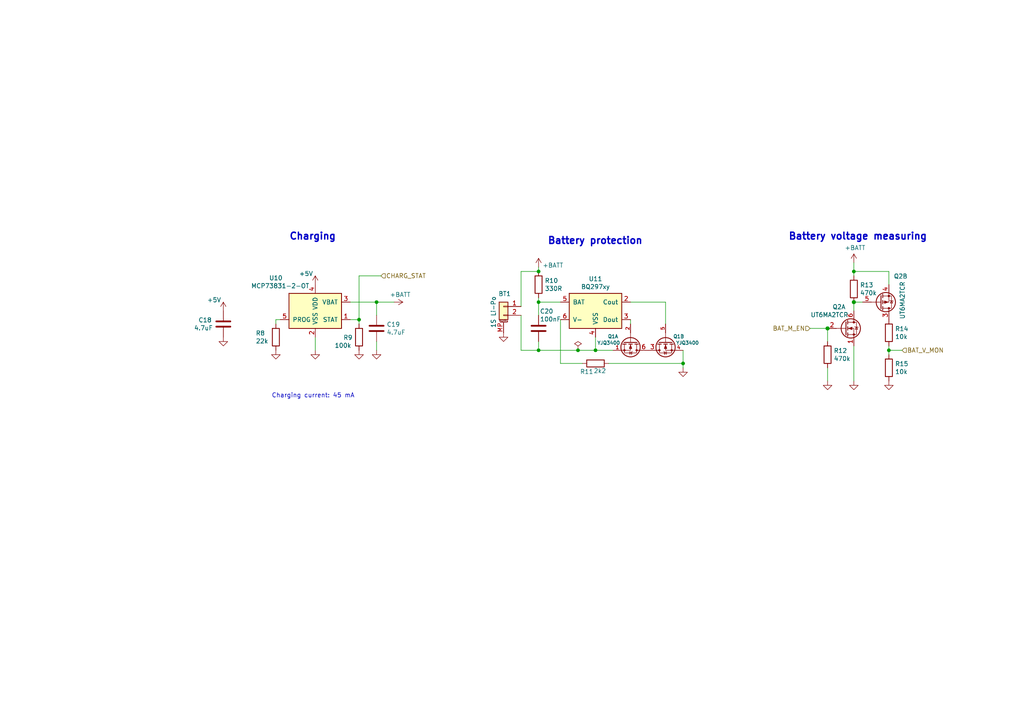
<source format=kicad_sch>
(kicad_sch (version 20211123) (generator eeschema)
  (paper "A4")
  (title_block (title "RingOne") (date "2021-05-11") (rev "v1.0") (company "Author: Petr Malaník"))
  (lib_symbols
    (symbol "Battery_Management:BQ297xy" (pin_names (offset 1.016))
      (property "Reference" "U" (at -6.35 6.35 0))
      (property "Value" "BQ297xy" (at 5.08 -6.35 0))
      (symbol "BQ297xy_0_1"
        (rectangle (start -7.62 5.08) (end 7.62 -5.08) (stroke (width 0.254)) (fill (type background)))
      )
      (symbol "BQ297xy_1_1"
        (pin no_connect line (at 7.62 0 180) (length 2.54) hide (name "NC") (number "1"))
        (pin output line (at 10.16 2.54 180) (length 2.54) (name "Cout") (number "2"))
        (pin output line (at 10.16 -2.54 180) (length 2.54) (name "Dout") (number "3"))
        (pin power_in line (at 0 -7.62 90) (length 2.54) (name "VSS") (number "4"))
        (pin input line (at -10.16 2.54 0) (length 2.54) (name "BAT") (number "5"))
        (pin input line (at -10.16 -2.54 0) (length 2.54) (name "V-") (number "6"))
      )
    )
    (symbol "Battery_Management:MCP73831-2-OT" (pin_names (offset 1.016))
      (property "Reference" "U" (at -7.62 6.35 0))
      (property "Value" "MCP73831-2-OT" (at 1.27 6.35 0))
      (symbol "MCP73831-2-OT_0_1"
        (rectangle (start -7.62 5.08) (end 7.62 -5.08) (stroke (width 0.254)) (fill (type background)))
      )
      (symbol "MCP73831-2-OT_1_1"
        (pin output line (at 10.16 -2.54 180) (length 2.54) (name "STAT") (number "1"))
        (pin power_in line (at 0 -7.62 90) (length 2.54) (name "VSS") (number "2"))
        (pin power_out line (at 10.16 2.54 180) (length 2.54) (name "VBAT") (number "3"))
        (pin power_in line (at 0 7.62 270) (length 2.54) (name "VDD") (number "4"))
        (pin input line (at -10.16 -2.54 0) (length 2.54) (name "PROG") (number "5"))
      )
    )
    (symbol "Connector_Generic_MountingPin:Conn_01x02_MountingPin" (pin_names (offset 1.016) hide)
      (property "Reference" "J" (at 0 2.54 0))
      (property "Value" "Conn_01x02_MountingPin" (at 1.27 -5.08 0))
      (symbol "Conn_01x02_MountingPin_1_1"
        (rectangle (start -1.27 -2.413) (end 0 -2.667) (stroke (width 0.1524)))
        (rectangle (start -1.27 0.127) (end 0 -0.127) (stroke (width 0.1524)))
        (rectangle (start -1.27 1.27) (end 1.27 -3.81) (stroke (width 0.254)) (fill (type background)))
        (polyline (pts (xy -1.016 -4.572) (xy 1.016 -4.572)) (stroke (width 0.1524)))
        (text "Mounting" (at 0 -4.191 0) (effects (font (size 0.381 0.381))))
        (pin passive line (at -5.08 0 0) (length 3.81) (name "Pin_1") (number "1"))
        (pin passive line (at -5.08 -2.54 0) (length 3.81) (name "Pin_2") (number "2"))
        (pin passive line (at 0 -7.62 90) (length 3.048) (name "MountPin") (number "MP"))
      )
    )
    (symbol "Device:C" (pin_numbers hide) (pin_names (offset 0.254))
      (property "Reference" "C" (at 0.635 2.54 0))
      (property "Value" "C" (at 0.635 -2.54 0))
      (symbol "C_0_1"
        (polyline (pts (xy -2.032 -0.762) (xy 2.032 -0.762)) (stroke (width 0.508)))
        (polyline (pts (xy -2.032 0.762) (xy 2.032 0.762)) (stroke (width 0.508)))
      )
      (symbol "C_1_1"
        (pin passive line (at 0 3.81 270) (length 2.794) (name "~") (number "1"))
        (pin passive line (at 0 -3.81 90) (length 2.794) (name "~") (number "2"))
      )
    )
    (symbol "Device:R" (pin_numbers hide) (pin_names (offset 0))
      (property "Reference" "R" (at 2.032 0 90))
      (property "Value" "R" (at 0 0 90))
      (symbol "R_0_1"
        (rectangle (start -1.016 -2.54) (end 1.016 2.54) (stroke (width 0.254)))
      )
      (symbol "R_1_1"
        (pin passive line (at 0 3.81 270) (length 1.27) (name "~") (number "1"))
        (pin passive line (at 0 -3.81 90) (length 1.27) (name "~") (number "2"))
      )
    )
    (symbol "TCY_transistors:UT6MA2TCR" (pin_names hide)
      (property "Reference" "Q" (at 5.08 2.54 0))
      (property "Value" "UT6MA2TCR" (at 5.08 0 0))
      (symbol "UT6MA2TCR_1_1"
        (polyline (pts (xy 0.254 -1.905) (xy 0.254 1.905)) (stroke (width 0.254)))
        (polyline (pts (xy 0.254 0) (xy -2.54 0)))
        (polyline (pts (xy 0.762 -2.286) (xy 0.762 -1.27)) (stroke (width 0.254)))
        (polyline (pts (xy 0.762 -0.508) (xy 0.762 0.508)) (stroke (width 0.254)))
        (polyline (pts (xy 0.762 1.27) (xy 0.762 2.286)) (stroke (width 0.254)))
        (polyline (pts (xy 2.54 1.905) (xy 2.54 2.54)))
        (polyline (pts (xy 2.54 -2.54) (xy 2.54 0) (xy 0.762 0)))
        (polyline (pts (xy 0.762 1.778) (xy 3.302 1.778) (xy 3.302 -1.778) (xy 0.762 -1.778)))
        (polyline (pts (xy 1.016 0) (xy 2.032 -0.381) (xy 2.032 0.381) (xy 1.016 0)) (fill (type outline)))
        (polyline (pts (xy 2.794 0.508) (xy 2.921 0.381) (xy 3.683 0.381) (xy 3.81 0.254)))
        (polyline (pts (xy 3.302 0.381) (xy 2.921 -0.254) (xy 3.683 -0.254) (xy 3.302 0.381)))
        (circle (center 1.651 0) (radius 2.794) (stroke (width 0.254)))
        (circle (center 2.54 -1.778) (radius 0.254) (fill (type outline)))
        (circle (center 2.54 1.778) (radius 0.254) (fill (type outline)))
        (pin passive line (at 2.54 -5.08 90) (length 2.54) (name "SN") (number "1"))
        (pin input line (at -5.08 0 0) (length 2.54) (name "GN") (number "2"))
        (pin passive line (at 2.54 5.08 270) (length 2.54) (name "DN") (number "6"))
        (pin passive line (at 2.54 5.08 270) (length 2.54) hide (name "DN") (number "7"))
      )
      (symbol "UT6MA2TCR_2_1"
        (polyline (pts (xy 0.254 0) (xy -2.54 0)))
        (polyline (pts (xy 0.254 1.905) (xy 0.254 -1.905)) (stroke (width 0.254)))
        (polyline (pts (xy 0.762 -1.27) (xy 0.762 -2.286)) (stroke (width 0.254)))
        (polyline (pts (xy 0.762 0.508) (xy 0.762 -0.508)) (stroke (width 0.254)))
        (polyline (pts (xy 0.762 2.286) (xy 0.762 1.27)) (stroke (width 0.254)))
        (polyline (pts (xy 2.54 -1.905) (xy 2.54 -2.54)))
        (polyline (pts (xy 2.54 2.54) (xy 2.54 0) (xy 0.762 0)))
        (polyline (pts (xy 0.762 -1.778) (xy 3.302 -1.778) (xy 3.302 1.778) (xy 0.762 1.778)))
        (polyline (pts (xy 2.286 0) (xy 1.27 -0.381) (xy 1.27 0.381) (xy 2.286 0)) (fill (type outline)))
        (polyline (pts (xy 2.794 0.508) (xy 2.921 0.381) (xy 3.683 0.381) (xy 3.81 0.254)))
        (polyline (pts (xy 3.302 0.381) (xy 2.921 -0.254) (xy 3.683 -0.254) (xy 3.302 0.381)))
        (circle (center 1.651 0) (radius 2.794) (stroke (width 0.254)))
        (circle (center 2.54 -1.778) (radius 0.254) (fill (type outline)))
        (circle (center 2.54 1.778) (radius 0.254) (fill (type outline)))
        (pin passive line (at 2.54 -5.08 90) (length 2.54) (name "DP") (number "3"))
        (pin passive line (at 2.54 5.08 270) (length 2.54) (name "SP") (number "4"))
        (pin input line (at -5.08 0 0) (length 2.54) (name "GP") (number "5"))
        (pin passive line (at 2.54 5.08 270) (length 2.54) hide (name "SP") (number "8"))
      )
    )
    (symbol "TCY_transistors:YJQ3400" (pin_names hide)
      (property "Reference" "Q" (at 7.62 1.27 0))
      (property "Value" "YJQ3400" (at 7.62 -1.27 0))
      (symbol "YJQ3400_0_1"
        (polyline (pts (xy 0.254 0) (xy -2.54 0)))
        (polyline (pts (xy 0.254 1.905) (xy 0.254 -1.905)) (stroke (width 0.254)))
        (polyline (pts (xy 0.762 -1.27) (xy 0.762 -2.286)) (stroke (width 0.254)))
        (polyline (pts (xy 0.762 0.508) (xy 0.762 -0.508)) (stroke (width 0.254)))
        (polyline (pts (xy 0.762 2.286) (xy 0.762 1.27)) (stroke (width 0.254)))
        (polyline (pts (xy 2.54 2.54) (xy 2.54 1.778)))
        (polyline (pts (xy 2.54 2.54) (xy 2.54 1.778)))
        (polyline (pts (xy 2.54 -2.54) (xy 2.54 0) (xy 0.762 0)))
        (polyline (pts (xy 0.762 -1.778) (xy 3.302 -1.778) (xy 3.302 1.778) (xy 0.762 1.778)))
        (polyline (pts (xy 1.016 0) (xy 2.032 0.381) (xy 2.032 -0.381) (xy 1.016 0)) (fill (type outline)))
        (polyline (pts (xy 2.794 0.508) (xy 2.921 0.381) (xy 3.683 0.381) (xy 3.81 0.254)))
        (polyline (pts (xy 3.302 0.381) (xy 2.921 -0.254) (xy 3.683 -0.254) (xy 3.302 0.381)))
        (circle (center 1.651 0) (radius 2.794) (stroke (width 0.254)))
        (circle (center 2.54 -1.778) (radius 0.254) (fill (type outline)))
        (circle (center 2.54 1.778) (radius 0.254) (fill (type outline)))
      )
      (symbol "YJQ3400_1_1"
        (pin passive line (at 2.54 -5.08 90) (length 2.54) (name "S") (number "1"))
        (pin passive line (at -5.08 0 0) (length 2.54) (name "G1") (number "2"))
        (pin passive line (at 2.54 5.08 270) (length 2.54) (name "D2") (number "6"))
        (pin passive line (at 2.54 5.08 270) (length 2.54) hide (name "D2") (number "7"))
      )
      (symbol "YJQ3400_2_1"
        (pin passive line (at 2.54 5.08 270) (length 2.54) (name "D2") (number "3"))
        (pin passive line (at 2.54 -5.08 90) (length 2.54) (name "S2") (number "4"))
        (pin passive line (at -5.08 0 0) (length 2.54) (name "G2") (number "5"))
        (pin passive line (at 2.54 5.08 270) (length 2.54) hide (name "D2") (number "8"))
      )
    )
    (symbol "power:+5V" (power) (pin_names (offset 0))
      (property "Value" "+5V" (at 0 3.556 0))
      (symbol "+5V_0_1"
        (polyline (pts (xy -0.762 1.27) (xy 0 2.54)))
        (polyline (pts (xy 0 0) (xy 0 2.54)))
        (polyline (pts (xy 0 2.54) (xy 0.762 1.27)))
      )
      (symbol "+5V_1_1"
        (pin power_in line (at 0 0 90) (length 0) hide (name "+5V") (number "1"))
      )
    )
    (symbol "power:+BATT" (power) (pin_names (offset 0))
      (property "Value" "+BATT" (at 0 3.556 0))
      (symbol "+BATT_0_1"
        (polyline (pts (xy -0.762 1.27) (xy 0 2.54)))
        (polyline (pts (xy 0 0) (xy 0 2.54)))
        (polyline (pts (xy 0 2.54) (xy 0.762 1.27)))
      )
      (symbol "+BATT_1_1"
        (pin power_in line (at 0 0 90) (length 0) hide (name "+BATT") (number "1"))
      )
    )
    (symbol "power:GND" (power) (pin_names (offset 0))
      (property "Value" "GND" (at 0 -3.81 0))
      (symbol "GND_0_1"
        (polyline (pts (xy 0 0) (xy 0 -1.27) (xy 1.27 -1.27) (xy 0 -2.54) (xy -1.27 -1.27) (xy 0 -1.27)))
      )
      (symbol "GND_1_1"
        (pin power_in line (at 0 0 270) (length 0) hide (name "GND") (number "1"))
      )
    )
    (symbol "power:PWR_FLAG" (power) (pin_numbers hide) (pin_names (offset 0) hide)
      (property "Value" "PWR_FLAG" (at 0 3.81 0))
      (symbol "PWR_FLAG_0_0"
        (pin power_out line (at 0 0 90) (length 0) (name "pwr") (number "1"))
      )
      (symbol "PWR_FLAG_0_1"
        (polyline (pts (xy 0 0) (xy 0 1.27) (xy -1.016 1.905) (xy 0 2.54) (xy 1.016 1.905) (xy 0 1.27)))
      )
    )
  )
  (junction (at 109.22 87.63) (diameter 0.9144))
  (junction (at 156.21 78.74) (diameter 0.9144))
  (junction (at 167.64 101.6) (diameter 0.9144))
  (junction (at 156.21 87.63) (diameter 0.9144))
  (junction (at 104.14 92.71) (diameter 0.9144))
  (junction (at 257.81 101.6) (diameter 0.9144))
  (junction (at 172.72 101.6) (diameter 0.9144))
  (junction (at 156.21 101.6) (diameter 0.9144))
  (junction (at 247.65 87.63) (diameter 1.016))
  (junction (at 240.03 95.25) (diameter 1.016))
  (junction (at 247.65 78.74) (diameter 0.9144))
  (junction (at 198.12 105.41) (diameter 0.9144))
  (wire (pts (xy 250.19 87.63) (xy 247.65 87.63)))
  (wire (pts (xy 167.64 101.6) (xy 172.72 101.6)))
  (wire (pts (xy 247.65 76.2) (xy 247.65 78.74)))
  (wire (pts (xy 176.53 105.41) (xy 198.12 105.41)))
  (wire (pts (xy 104.14 92.71) (xy 104.14 93.98)))
  (wire (pts (xy 104.14 80.01) (xy 110.49 80.01)))
  (wire (pts (xy 257.81 101.6) (xy 257.81 102.87)))
  (wire (pts (xy 247.65 78.74) (xy 247.65 80.01)))
  (wire (pts (xy 81.28 92.71) (xy 80.01 92.71)))
  (wire (pts (xy 193.04 93.98) (xy 193.04 87.63)))
  (wire (pts (xy 257.81 100.33) (xy 257.81 101.6)))
  (wire (pts (xy 156.21 101.6) (xy 167.64 101.6)))
  (wire (pts (xy 162.56 105.41) (xy 162.56 92.71)))
  (wire (pts (xy 101.6 92.71) (xy 104.14 92.71)))
  (wire (pts (xy 151.13 101.6) (xy 156.21 101.6)))
  (wire (pts (xy 247.65 87.63) (xy 247.65 90.17)))
  (wire (pts (xy 240.03 106.68) (xy 240.03 110.49)))
  (wire (pts (xy 80.01 92.71) (xy 80.01 93.98)))
  (wire (pts (xy 151.13 78.74) (xy 151.13 88.9)))
  (wire (pts (xy 156.21 87.63) (xy 162.56 87.63)))
  (wire (pts (xy 168.91 105.41) (xy 162.56 105.41)))
  (wire (pts (xy 156.21 87.63) (xy 156.21 91.44)))
  (wire (pts (xy 257.81 78.74) (xy 257.81 82.55)))
  (wire (pts (xy 101.6 87.63) (xy 109.22 87.63)))
  (wire (pts (xy 198.12 105.41) (xy 198.12 101.6)))
  (wire (pts (xy 156.21 99.06) (xy 156.21 101.6)))
  (wire (pts (xy 240.03 95.25) (xy 240.03 99.06)))
  (wire (pts (xy 156.21 77.47) (xy 156.21 78.74)))
  (wire (pts (xy 198.12 105.41) (xy 198.12 106.68)))
  (wire (pts (xy 109.22 87.63) (xy 114.3 87.63)))
  (wire (pts (xy 257.81 101.6) (xy 261.62 101.6)))
  (wire (pts (xy 182.88 92.71) (xy 182.88 93.98)))
  (wire (pts (xy 156.21 86.36) (xy 156.21 87.63)))
  (wire (pts (xy 151.13 78.74) (xy 156.21 78.74)))
  (wire (pts (xy 172.72 101.6) (xy 177.8 101.6)))
  (wire (pts (xy 91.44 97.79) (xy 91.44 101.6)))
  (wire (pts (xy 172.72 97.79) (xy 172.72 101.6)))
  (wire (pts (xy 109.22 87.63) (xy 109.22 91.44)))
  (wire (pts (xy 193.04 87.63) (xy 182.88 87.63)))
  (wire (pts (xy 109.22 99.06) (xy 109.22 101.6)))
  (wire (pts (xy 104.14 92.71) (xy 104.14 80.01)))
  (wire (pts (xy 151.13 91.44) (xy 151.13 101.6)))
  (wire (pts (xy 247.65 100.33) (xy 247.65 110.49)))
  (wire (pts (xy 247.65 78.74) (xy 257.81 78.74)))
  (wire (pts (xy 234.95 95.25) (xy 240.03 95.25)))
  (text "Charging" (at 83.82 69.85 0) (effects (font (size 2 2) (thickness 0.4) bold) (justify left bottom)))
  (text "Charging current: 45 mA" (at 102.87 115.57 180) (effects (font (size 1.27 1.27)) (justify right bottom)))
  (text "Battery voltage measuring" (at 228.6 69.85 0) (effects (font (size 2 2) (thickness 0.4) bold) (justify left bottom)))
  (text "Battery protection" (at 158.75 71.12 0) (effects (font (size 2 2) (thickness 0.4) bold) (justify left bottom)))
  (hierarchical_label "CHARG_STAT" (shape input) (at 110.49 80.01 0))
  (hierarchical_label "BAT_V_MON" (shape input) (at 261.62 101.6 0))
  (hierarchical_label "BAT_M_EN" (shape input) (at 234.95 95.25 180))
  (symbol (lib_id "power:GND") (at 80.01 101.6 0) (unit 1)
    (property "Reference" "#PWR0156" (effects hide))
    (property "Value" "GND" (effects hide))
  )
  (symbol (lib_id "Device:R") (at 240.03 102.87 0) (unit 1)
    (property "Reference" "R12" (at 241.8081 101.7206 0) (effects (justify left)))
    (property "Value" "470k" (at 241.808 104.019 0) (effects (justify left)))
    (property "Footprint" "Resistor_SMD:R_0603_1608Metric" (effects hide))
  )
  (symbol (lib_id "power:GND") (at 146.05 96.52 0) (unit 1)
    (property "Reference" "#PWR0199" (effects hide))
    (property "Value" "GND" (effects hide))
  )
  (symbol (lib_id "power:GND") (at 240.03 110.49 0) (unit 1)
    (property "Reference" "#PWR0163" (effects hide))
    (property "Value" "GND" (effects hide))
  )
  (symbol (lib_id "TCY_transistors:UT6MA2TCR") (at 245.11 95.25 0) (unit 1)
    (property "Reference" "Q2" (at 241.4271 89.0206 0) (effects (justify left)))
    (property "Value" "UT6MA2TCR" (at 235.0771 91.3193 0) (effects (justify left)))
    (property "Footprint" "TCY_IC:UDFN-6-2EP_2x2mm_P0.65mm_EP1x0.7mm" (effects hide))
    (property "Datasheet" "https://cz.mouser.com/datasheet/2/348/ut6ma2tcr-e-1873584.pdf" (effects hide))
  )
  (symbol (lib_id "Device:R") (at 247.65 83.82 0) (unit 1)
    (property "Reference" "R13" (at 249.4281 82.6706 0) (effects (justify left)))
    (property "Value" "470k" (at 249.428 84.969 0) (effects (justify left)))
    (property "Footprint" "Resistor_SMD:R_0603_1608Metric" (effects hide))
  )
  (symbol (lib_id "TCY_transistors:YJQ3400") (at 182.88 99.06 270) (unit 1)
    (property "Reference" "Q1" (at 177.8 97.5791 90) (effects (font (size 1 1))))
    (property "Value" "YJQ3400" (at 176.53 99.4431 90) (effects (font (size 1 1))))
    (property "Footprint" "TCY_IC:UDFN-6-2EP_2x2mm_P0.65mm_EP1x0.7mm" (effects hide))
    (property "Datasheet" "https://www.tme.eu/Document/fa3f2aaa37eaef20cf8bb0832a66190d/YJQ3400A.pdf" (effects hide))
  )
  (symbol (lib_id "power:GND") (at 247.65 110.49 0) (unit 1)
    (property "Reference" "#PWR0165" (effects hide))
    (property "Value" "GND" (effects hide))
  )
  (symbol (lib_id "Device:R") (at 80.01 97.79 0) (unit 1)
    (property "Reference" "R8" (at 74.1681 96.6406 0) (effects (justify left)))
    (property "Value" "22k" (at 74.168 98.939 0) (effects (justify left)))
    (property "Footprint" "Resistor_SMD:R_0603_1608Metric" (effects hide))
  )
  (symbol (lib_id "Battery_Management:MCP73831-2-OT") (at 91.44 90.17 0) (unit 1)
    (property "Reference" "U10" (at 80.01 80.6258 0))
    (property "Value" "MCP73831-2-OT" (at 81.28 82.9245 0))
    (property "Footprint" "Package_TO_SOT_SMD:SOT-23-5" (effects hide))
    (property "Datasheet" "http://ww1.microchip.com/downloads/en/DeviceDoc/20001984g.pdf" (effects hide))
  )
  (symbol (lib_id "TCY_transistors:UT6MA2TCR") (at 255.27 87.63 0) (unit 2)
    (property "Reference" "Q2" (at 259.2071 80.1306 0) (effects (justify left)))
    (property "Value" "UT6MA2TCR" (at 261.7471 92.5893 90) (effects (justify left)))
    (property "Footprint" "TCY_IC:UDFN-6-2EP_2x2mm_P0.65mm_EP1x0.7mm" (effects hide))
    (property "Datasheet" "https://cz.mouser.com/datasheet/2/348/ut6ma2tcr-e-1873584.pdf" (effects hide))
  )
  (symbol (lib_id "power:GND") (at 91.44 101.6 0) (unit 1)
    (property "Reference" "#PWR0159" (effects hide))
    (property "Value" "GND" (effects hide))
  )
  (symbol (lib_id "power:+5V") (at 64.77 90.17 0) (unit 1)
    (property "Reference" "#PWR0154" (effects hide))
    (property "Value" "+5V" (at 60.0583 86.9949 0) (effects (justify left)))
  )
  (symbol (lib_id "Device:R") (at 156.21 82.55 0) (unit 1)
    (property "Reference" "R10" (at 157.9881 81.4006 0) (effects (justify left)))
    (property "Value" "330R" (at 157.988 83.699 0) (effects (justify left)))
    (property "Footprint" "Resistor_SMD:R_0603_1608Metric" (effects hide))
  )
  (symbol (lib_id "Device:R") (at 172.72 105.41 90) (unit 1)
    (property "Reference" "R11" (at 170.18 107.8038 90))
    (property "Value" "2k2" (at 173.99 107.563 90))
    (property "Footprint" "Resistor_SMD:R_0603_1608Metric" (effects hide))
  )
  (symbol (lib_id "Connector_Generic_MountingPin:Conn_01x02_MountingPin") (at 146.05 88.9 0) (mirror y) (unit 1)
    (property "Reference" "BT1" (at 148.2089 85.2106 0) (effects (justify left)))
    (property "Value" "1S Li-Po" (at 143.129 95.129 90) (effects (justify left)))
    (property "Footprint" "TCY_connectors:Amphenol_10114830-11102LF_1x02_P1.25mm_Horizontal" (effects hide))
  )
  (symbol (lib_id "power:GND") (at 198.12 106.68 0) (unit 1)
    (property "Reference" "#PWR0162" (effects hide))
    (property "Value" "GND" (effects hide))
  )
  (symbol (lib_id "Device:C") (at 109.22 95.25 0) (unit 1)
    (property "Reference" "C19" (at 112.1411 94.1006 0) (effects (justify left)))
    (property "Value" "4.7uF" (at 112.141 96.399 0) (effects (justify left)))
    (property "Footprint" "Capacitor_SMD:C_0603_1608Metric" (effects hide))
  )
  (symbol (lib_id "Device:C") (at 156.21 95.25 0) (unit 1)
    (property "Reference" "C20" (at 156.5911 90.2906 0) (effects (justify left)))
    (property "Value" "100nF" (at 156.591 92.589 0) (effects (justify left)))
    (property "Footprint" "Capacitor_SMD:C_0603_1608Metric" (effects hide))
  )
  (symbol (lib_id "power:GND") (at 109.22 101.6 0) (unit 1)
    (property "Reference" "#PWR0157" (effects hide))
    (property "Value" "GND" (effects hide))
  )
  (symbol (lib_id "power:GND") (at 257.81 110.49 0) (unit 1)
    (property "Reference" "#PWR0166" (effects hide))
    (property "Value" "GND" (effects hide))
  )
  (symbol (lib_id "power:+BATT") (at 114.3 87.63 270) (unit 1)
    (property "Reference" "#PWR0161" (effects hide))
    (property "Value" "+BATT" (at 116.0844 85.4583 90))
  )
  (symbol (lib_id "Device:C") (at 64.77 93.98 0) (unit 1)
    (property "Reference" "C18" (at 57.5311 92.8306 0) (effects (justify left)))
    (property "Value" "4.7uF" (at 56.261 95.129 0) (effects (justify left)))
    (property "Footprint" "Capacitor_SMD:C_0603_1608Metric" (effects hide))
  )
  (symbol (lib_id "power:+5V") (at 91.44 82.55 0) (unit 1)
    (property "Reference" "#PWR0160" (effects hide))
    (property "Value" "+5V" (at 86.7283 79.3749 0) (effects (justify left)))
  )
  (symbol (lib_id "power:GND") (at 104.14 101.6 0) (unit 1)
    (property "Reference" "#PWR0158" (effects hide))
    (property "Value" "GND" (effects hide))
  )
  (symbol (lib_id "Device:R") (at 104.14 97.79 0) (unit 1)
    (property "Reference" "R9" (at 99.5681 97.9106 0) (effects (justify left)))
    (property "Value" "100k" (at 97.028 100.209 0) (effects (justify left)))
    (property "Footprint" "Resistor_SMD:R_0603_1608Metric" (effects hide))
  )
  (symbol (lib_id "power:+BATT") (at 247.65 76.2 0) (unit 1)
    (property "Reference" "#PWR0164" (effects hide))
    (property "Value" "+BATT" (at 248.0183 71.8756 0))
  )
  (symbol (lib_id "TCY_transistors:YJQ3400") (at 193.04 99.06 90) (mirror x) (unit 2)
    (property "Reference" "Q1" (at 196.85 97.5791 90) (effects (font (size 1 1))))
    (property "Value" "YJQ3400" (at 199.39 99.4431 90) (effects (font (size 1 1))))
    (property "Footprint" "TCY_IC:UDFN-6-2EP_2x2mm_P0.65mm_EP1x0.7mm" (effects hide))
    (property "Datasheet" "https://www.tme.eu/Document/fa3f2aaa37eaef20cf8bb0832a66190d/YJQ3400A.pdf" (effects hide))
  )
  (symbol (lib_id "Device:R") (at 257.81 106.68 0) (unit 1)
    (property "Reference" "R15" (at 259.5881 105.5306 0) (effects (justify left)))
    (property "Value" "10k" (at 259.588 107.829 0) (effects (justify left)))
    (property "Footprint" "Resistor_SMD:R_0603_1608Metric" (effects hide))
  )
  (symbol (lib_id "power:PWR_FLAG") (at 167.64 101.6 0) (unit 1)
    (property "Reference" "#FLG0106" (effects hide))
    (property "Value" "PWR_FLAG" (effects hide))
  )
  (symbol (lib_id "Device:R") (at 257.81 96.52 0) (unit 1)
    (property "Reference" "R14" (at 259.5881 95.3706 0) (effects (justify left)))
    (property "Value" "10k" (at 259.588 97.669 0) (effects (justify left)))
    (property "Footprint" "Resistor_SMD:R_0603_1608Metric" (effects hide))
  )
  (symbol (lib_id "power:GND") (at 64.77 97.79 0) (unit 1)
    (property "Reference" "#PWR0155" (effects hide))
    (property "Value" "GND" (effects hide))
  )
  (symbol (lib_id "power:+BATT") (at 156.21 77.47 0) (unit 1)
    (property "Reference" "#PWR0153" (effects hide))
    (property "Value" "+BATT" (at 160.3883 76.9556 0))
  )
  (symbol (lib_id "Battery_Management:BQ297xy") (at 172.72 90.17 0) (unit 1)
    (property "Reference" "U11" (at 172.72 80.8798 0))
    (property "Value" "BQ297xy" (at 172.72 83.1785 0))
    (property "Footprint" "Package_SON:WSON-6_1.5x1.5mm_P0.5mm" (effects hide))
    (property "Datasheet" "http://www.ti.com/lit/ds/symlink/bq2970.pdf" (effects hide))
  )
)
</source>
